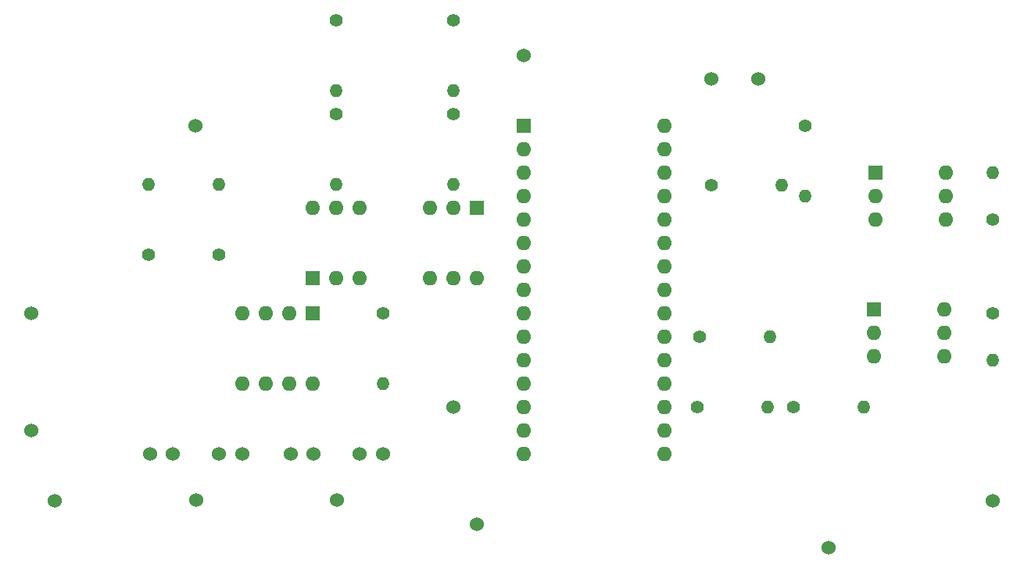
<source format=gbr>
%TF.GenerationSoftware,KiCad,Pcbnew,(7.0.0)*%
%TF.CreationDate,2023-09-29T18:22:51-04:00*%
%TF.ProjectId,Tinnitus Device 2,54696e6e-6974-4757-9320-446576696365,rev?*%
%TF.SameCoordinates,Original*%
%TF.FileFunction,Soldermask,Bot*%
%TF.FilePolarity,Negative*%
%FSLAX46Y46*%
G04 Gerber Fmt 4.6, Leading zero omitted, Abs format (unit mm)*
G04 Created by KiCad (PCBNEW (7.0.0)) date 2023-09-29 18:22:51*
%MOMM*%
%LPD*%
G01*
G04 APERTURE LIST*
%ADD10R,1.600000X1.600000*%
%ADD11O,1.600000X1.600000*%
%ADD12C,1.400000*%
%ADD13O,1.400000X1.400000*%
%ADD14C,1.524000*%
G04 APERTURE END LIST*
D10*
%TO.C,U1*%
X111759999Y-86359999D03*
D11*
X109219999Y-86359999D03*
X106679999Y-86359999D03*
X104139999Y-86359999D03*
X104139999Y-93979999D03*
X106679999Y-93979999D03*
X109219999Y-93979999D03*
X111759999Y-93979999D03*
%TD*%
D12*
%TO.C,RG1*%
X101600000Y-80010000D03*
D13*
X101599999Y-72389999D03*
%TD*%
D12*
%TO.C,RF1*%
X93980000Y-80010000D03*
D13*
X93979999Y-72389999D03*
%TD*%
%TO.C,R6*%
X161289999Y-88899999D03*
D12*
X153670000Y-88900000D03*
%TD*%
%TO.C,R5*%
X114300000Y-54610000D03*
D13*
X114299999Y-62229999D03*
%TD*%
D12*
%TO.C,R4*%
X127000000Y-54610000D03*
D13*
X126999999Y-62229999D03*
%TD*%
D12*
%TO.C,R3*%
X153370000Y-96520000D03*
D13*
X160989999Y-96519999D03*
%TD*%
D12*
%TO.C,R2*%
X165100000Y-66040000D03*
D13*
X165099999Y-73659999D03*
%TD*%
D12*
%TO.C,R1*%
X119380000Y-86360000D03*
D13*
X119379999Y-93979999D03*
%TD*%
D10*
%TO.C,K4*%
X172719999Y-71134999D03*
D11*
X172719999Y-73674999D03*
X172719999Y-76214999D03*
X180339999Y-76214999D03*
X180339999Y-73674999D03*
X180339999Y-71134999D03*
%TD*%
D10*
%TO.C,K3*%
X111774999Y-82539999D03*
D11*
X114314999Y-82539999D03*
X116854999Y-82539999D03*
X116854999Y-74919999D03*
X114314999Y-74919999D03*
X111774999Y-74919999D03*
%TD*%
D10*
%TO.C,K2*%
X129524999Y-74939999D03*
D11*
X126984999Y-74939999D03*
X124444999Y-74939999D03*
X124444999Y-82559999D03*
X126984999Y-82559999D03*
X129524999Y-82559999D03*
%TD*%
D10*
%TO.C,K1*%
X172519222Y-85933489D03*
D11*
X172519222Y-88473489D03*
X172519222Y-91013489D03*
X180139222Y-91013489D03*
X180139222Y-88473489D03*
X180139222Y-85933489D03*
%TD*%
D12*
%TO.C,J4*%
X185420000Y-76200000D03*
D13*
X185419999Y-71119999D03*
%TD*%
D14*
%TO.C,J3*%
X96600000Y-101600000D03*
X101600000Y-101600000D03*
X94100000Y-101600000D03*
X99100000Y-106600000D03*
X104100000Y-101600000D03*
%TD*%
D12*
%TO.C,J2*%
X185420000Y-86360000D03*
D13*
X185419999Y-91439999D03*
%TD*%
D14*
%TO.C,J1*%
X119340000Y-101600000D03*
X114340000Y-106600000D03*
X109340000Y-101600000D03*
X116840000Y-101600000D03*
X111840000Y-101600000D03*
%TD*%
%TO.C,H11*%
X160020000Y-60960000D03*
%TD*%
%TO.C,H10*%
X99060000Y-66040000D03*
%TD*%
%TO.C,H9*%
X81280000Y-86360000D03*
%TD*%
%TO.C,H8*%
X83820000Y-106680000D03*
%TD*%
%TO.C,H7*%
X129540000Y-109220000D03*
%TD*%
%TO.C,H6*%
X127000000Y-96520000D03*
%TD*%
%TO.C,H5*%
X81280000Y-99060000D03*
%TD*%
%TO.C,H4*%
X167640000Y-111760000D03*
%TD*%
%TO.C,H3*%
X185420000Y-106680000D03*
%TD*%
%TO.C,H2*%
X154940000Y-60960000D03*
%TD*%
%TO.C,H1*%
X134620000Y-58420000D03*
%TD*%
D12*
%TO.C,D4*%
X154940000Y-72480000D03*
D13*
X162559999Y-72479999D03*
%TD*%
D12*
%TO.C,D3*%
X163830000Y-96520000D03*
D13*
X171449999Y-96519999D03*
%TD*%
D12*
%TO.C,D2*%
X114300000Y-64770000D03*
D13*
X114299999Y-72389999D03*
%TD*%
D12*
%TO.C,D1*%
X127000000Y-64770000D03*
D13*
X126999999Y-72389999D03*
%TD*%
D10*
%TO.C,A1*%
X134619999Y-66039999D03*
D11*
X134619999Y-68579999D03*
X134619999Y-71119999D03*
X134619999Y-73659999D03*
X134619999Y-76199999D03*
X134619999Y-78739999D03*
X134619999Y-81279999D03*
X134619999Y-83819999D03*
X134619999Y-86359999D03*
X134619999Y-88899999D03*
X134619999Y-91439999D03*
X134619999Y-93979999D03*
X134619999Y-96519999D03*
X134619999Y-99059999D03*
X134619999Y-101599999D03*
X149859999Y-101599999D03*
X149859999Y-99059999D03*
X149859999Y-96519999D03*
X149859999Y-93979999D03*
X149859999Y-91439999D03*
X149859999Y-88899999D03*
X149859999Y-86359999D03*
X149859999Y-83819999D03*
X149859999Y-81279999D03*
X149859999Y-78739999D03*
X149859999Y-76199999D03*
X149859999Y-73659999D03*
X149859999Y-71119999D03*
X149859999Y-68579999D03*
X149859999Y-66039999D03*
%TD*%
M02*

</source>
